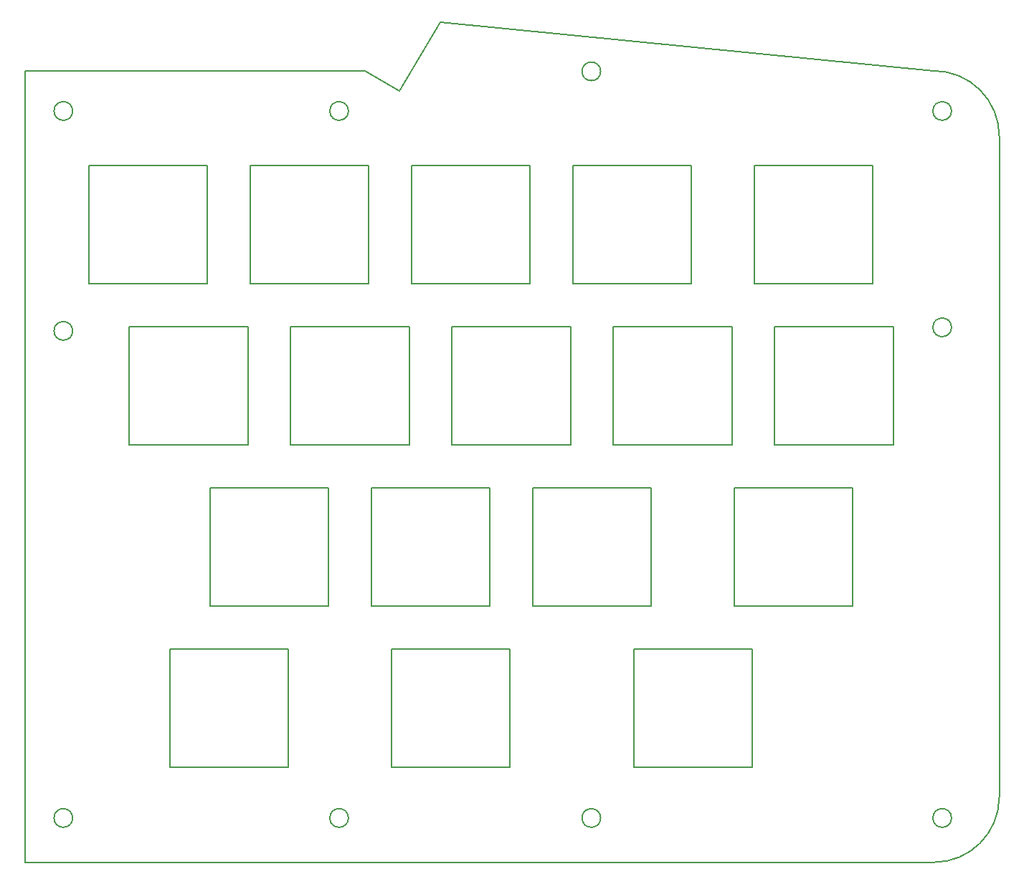
<source format=gbr>
G04 #@! TF.GenerationSoftware,KiCad,Pcbnew,(5.1.6-0-10_14)*
G04 #@! TF.CreationDate,2022-03-08T14:54:54+09:00*
G04 #@! TF.ProjectId,cool936,636f6f6c-3933-4362-9e6b-696361645f70,rev?*
G04 #@! TF.SameCoordinates,Original*
G04 #@! TF.FileFunction,Profile,NP*
%FSLAX46Y46*%
G04 Gerber Fmt 4.6, Leading zero omitted, Abs format (unit mm)*
G04 Created by KiCad (PCBNEW (5.1.6-0-10_14)) date 2022-03-08 14:54:54*
%MOMM*%
%LPD*%
G01*
G04 APERTURE LIST*
G04 #@! TA.AperFunction,Profile*
%ADD10C,0.150000*%
G04 #@! TD*
G04 APERTURE END LIST*
D10*
X137140000Y121850000D02*
X177290000Y121850000D01*
X180410000Y39500000D02*
X194400000Y39500000D01*
X197080000Y72550000D02*
X197080000Y58550000D01*
X192020000Y58550000D02*
X192020000Y72550000D01*
X192020000Y72550000D02*
X178030000Y72550000D01*
X181360000Y119450000D02*
X177290000Y121850000D01*
X178030000Y58550000D02*
X192020000Y58550000D01*
X177740000Y96650000D02*
X177740000Y110650000D01*
X237260000Y110650000D02*
X223270000Y110650000D01*
X177740000Y110650000D02*
X163750000Y110650000D01*
X215830000Y96650000D02*
X215830000Y110650000D01*
X196780000Y96650000D02*
X196780000Y110650000D01*
X182790000Y110650000D02*
X182790000Y96650000D01*
X168210000Y53500000D02*
X154220000Y53500000D01*
X168210000Y39500000D02*
X168210000Y53500000D01*
X158980000Y58550000D02*
X172970000Y58550000D01*
X201550000Y91600000D02*
X187560000Y91600000D01*
X234890000Y58550000D02*
X234890000Y72550000D01*
X239640000Y91600000D02*
X225650000Y91600000D01*
X239640000Y77600000D02*
X239640000Y91600000D01*
X252170000Y114110000D02*
X252170000Y36040103D01*
X163750000Y96650000D02*
X177740000Y96650000D01*
X163750000Y110650000D02*
X163750000Y96650000D01*
X168510000Y91600000D02*
X168510000Y77600000D01*
X237260000Y96650000D02*
X237260000Y110650000D01*
X205100000Y33540000D02*
G75*
G03*
X205100000Y33540000I-1100000J0D01*
G01*
X186210000Y127630000D02*
X244429897Y121850103D01*
X246530000Y33540000D02*
G75*
G03*
X246530000Y33540000I-1100000J0D01*
G01*
X175320000Y33540000D02*
G75*
G03*
X175320000Y33540000I-1100000J0D01*
G01*
X220900000Y72550000D02*
X220900000Y58550000D01*
X154220000Y39500000D02*
X168210000Y39500000D01*
X194400000Y53500000D02*
X180410000Y53500000D01*
X194400000Y39500000D02*
X194400000Y53500000D01*
X180410000Y53500000D02*
X180410000Y39500000D01*
X234890000Y72550000D02*
X220900000Y72550000D01*
X197080000Y58550000D02*
X211070000Y58550000D01*
X208990000Y39500000D02*
X222980000Y39500000D01*
X201550000Y77600000D02*
X201550000Y91600000D01*
X158980000Y72550000D02*
X158980000Y58550000D01*
X187560000Y91600000D02*
X187560000Y77600000D01*
X137150000Y53440000D02*
X137140000Y111880000D01*
X163450000Y91600000D02*
X149460000Y91600000D01*
X222980000Y39500000D02*
X222980000Y53500000D01*
X208990000Y53500000D02*
X208990000Y39500000D01*
X211070000Y58550000D02*
X211070000Y72550000D01*
X211070000Y72550000D02*
X197080000Y72550000D01*
X182500000Y91600000D02*
X168510000Y91600000D01*
X181360000Y119450000D02*
X186210000Y127630000D01*
X178030000Y72550000D02*
X178030000Y58550000D01*
X137150000Y32040000D02*
X137150000Y53440000D01*
X246530000Y117100000D02*
G75*
G03*
X246530000Y117100000I-1100000J0D01*
G01*
X142760000Y117100000D02*
G75*
G03*
X142760000Y117100000I-1100000J0D01*
G01*
X244429897Y28300000D02*
X137150000Y28300000D01*
X142760000Y33540000D02*
G75*
G03*
X142760000Y33540000I-1100000J0D01*
G01*
X158680000Y110650000D02*
X144690000Y110650000D01*
X187560000Y77600000D02*
X201550000Y77600000D01*
X137150000Y28300000D02*
X137150000Y32040000D01*
X205100000Y121780000D02*
G75*
G03*
X205100000Y121780000I-1100000J0D01*
G01*
X244429897Y121850103D02*
G75*
G02*
X252170000Y114110000I0J-7740103D01*
G01*
X196780000Y110650000D02*
X182790000Y110650000D01*
X182790000Y96650000D02*
X196780000Y96650000D01*
X175320000Y117100000D02*
G75*
G03*
X175320000Y117100000I-1100000J0D01*
G01*
X201840000Y110650000D02*
X201840000Y96650000D01*
X206610000Y77600000D02*
X220600000Y77600000D01*
X206610000Y91600000D02*
X206610000Y77600000D01*
X144690000Y110650000D02*
X144690000Y96650000D01*
X168510000Y77600000D02*
X182500000Y77600000D01*
X142760000Y91110000D02*
G75*
G03*
X142760000Y91110000I-1100000J0D01*
G01*
X154220000Y53500000D02*
X154220000Y39500000D01*
X201840000Y96650000D02*
X215830000Y96650000D01*
X182500000Y77600000D02*
X182500000Y91600000D01*
X137140000Y111880000D02*
X137140000Y121850000D01*
X220600000Y91600000D02*
X206610000Y91600000D01*
X220600000Y77600000D02*
X220600000Y91600000D01*
X223270000Y96650000D02*
X237260000Y96650000D01*
X223270000Y110650000D02*
X223270000Y96650000D01*
X246530000Y91530000D02*
G75*
G03*
X246530000Y91530000I-1100000J0D01*
G01*
X172970000Y72550000D02*
X158980000Y72550000D01*
X172970000Y58550000D02*
X172970000Y72550000D01*
X149460000Y91600000D02*
X149460000Y77600000D01*
X163450000Y77600000D02*
X163450000Y91600000D01*
X222980000Y53500000D02*
X208990000Y53500000D01*
X220900000Y58550000D02*
X234890000Y58550000D01*
X225650000Y77600000D02*
X239640000Y77600000D01*
X225650000Y91600000D02*
X225650000Y77600000D01*
X149460000Y77600000D02*
X163450000Y77600000D01*
X158680000Y96650000D02*
X158680000Y110650000D01*
X144690000Y96650000D02*
X158680000Y96650000D01*
X215830000Y110650000D02*
X201840000Y110650000D01*
X252170000Y36040103D02*
G75*
G02*
X244429897Y28300000I-7740103J0D01*
G01*
M02*

</source>
